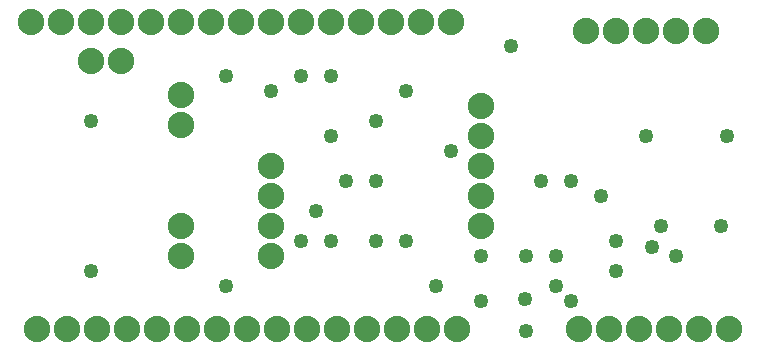
<source format=gbs>
G04 MADE WITH FRITZING*
G04 WWW.FRITZING.ORG*
G04 DOUBLE SIDED*
G04 HOLES PLATED*
G04 CONTOUR ON CENTER OF CONTOUR VECTOR*
%ASAXBY*%
%FSLAX23Y23*%
%MOIN*%
%OFA0B0*%
%SFA1.0B1.0*%
%ADD10C,0.049370*%
%ADD11C,0.088000*%
%LNMASK0*%
G90*
G70*
G54D10*
X2018Y276D03*
X1868Y576D03*
X2118Y726D03*
X1318Y876D03*
X1568Y326D03*
X1968Y526D03*
X868Y876D03*
X968Y926D03*
X718Y926D03*
X1468Y676D03*
X1018Y476D03*
X1118Y576D03*
X1218Y376D03*
X1868Y176D03*
X268Y276D03*
X1218Y576D03*
X1318Y376D03*
X1068Y926D03*
X1068Y726D03*
X1218Y776D03*
X1668Y1026D03*
X2218Y326D03*
X1818Y326D03*
X1718Y326D03*
X2387Y726D03*
X2168Y426D03*
X1768Y576D03*
X268Y776D03*
X1718Y76D03*
X1818Y226D03*
X2368Y426D03*
X1068Y376D03*
X1568Y176D03*
X1713Y180D03*
G54D11*
X1468Y1106D03*
X1368Y1106D03*
X1268Y1106D03*
X1168Y1106D03*
X1068Y1106D03*
X968Y1106D03*
X868Y1106D03*
X768Y1106D03*
X668Y1106D03*
X568Y1106D03*
X468Y1106D03*
X368Y1106D03*
X268Y1106D03*
X168Y1106D03*
X68Y1106D03*
X1486Y80D03*
X1386Y80D03*
X1286Y80D03*
X1186Y80D03*
X1086Y80D03*
X986Y80D03*
X886Y80D03*
X786Y80D03*
X686Y80D03*
X586Y80D03*
X486Y80D03*
X386Y80D03*
X286Y80D03*
X186Y80D03*
X86Y80D03*
X2395Y80D03*
X2295Y80D03*
X2195Y80D03*
X2095Y80D03*
X1995Y80D03*
X1895Y80D03*
X1568Y426D03*
X1568Y526D03*
X1568Y626D03*
X1568Y726D03*
X1568Y826D03*
X1568Y426D03*
X1568Y526D03*
X1568Y626D03*
X1568Y726D03*
X1568Y826D03*
X568Y326D03*
X568Y426D03*
X568Y326D03*
X568Y426D03*
X566Y760D03*
X566Y860D03*
X566Y760D03*
X566Y860D03*
X868Y326D03*
X868Y426D03*
X868Y526D03*
X868Y626D03*
X868Y326D03*
X868Y426D03*
X868Y526D03*
X868Y626D03*
X2318Y1076D03*
X2218Y1076D03*
X2118Y1076D03*
X2018Y1076D03*
X1918Y1076D03*
X368Y976D03*
X268Y976D03*
X368Y976D03*
X268Y976D03*
G54D10*
X2018Y376D03*
X2137Y356D03*
X718Y226D03*
X1418Y226D03*
X968Y376D03*
G04 End of Mask0*
M02*
</source>
